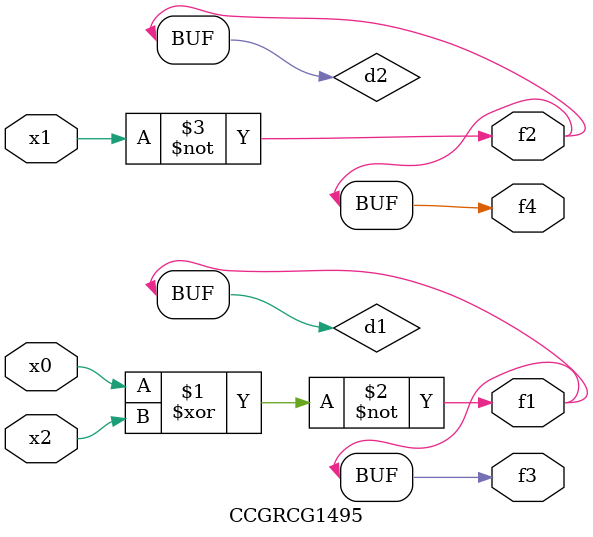
<source format=v>
module CCGRCG1495(
	input x0, x1, x2,
	output f1, f2, f3, f4
);

	wire d1, d2, d3;

	xnor (d1, x0, x2);
	nand (d2, x1);
	nor (d3, x1, x2);
	assign f1 = d1;
	assign f2 = d2;
	assign f3 = d1;
	assign f4 = d2;
endmodule

</source>
